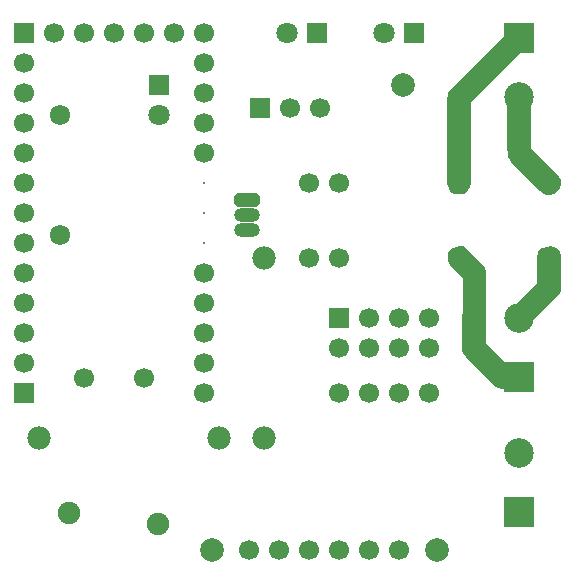
<source format=gbs>
G04 DipTrace 3.0.0.0*
G04 BottomMask.GBS*
%MOIN*%
G04 #@! TF.FileFunction,Soldermask,Bot*
G04 #@! TF.Part,Single*
%AMOUTLINE1*
4,1,8,
-0.031158,0.023622,
-0.043307,0.011473,
-0.043307,-0.011473,
-0.031158,-0.023622,
0.031158,-0.023622,
0.043307,-0.011473,
0.043307,0.011473,
0.031158,0.023622,
-0.031158,0.023622,
0*%
%ADD14C,0.07874*%
%ADD29C,0.066929*%
%ADD36C,0.074803*%
%ADD37C,0.077874*%
%ADD39C,0.077874*%
%ADD41C,0.066929*%
%ADD43R,0.098425X0.098425*%
%ADD45C,0.098425*%
%ADD47O,0.086614X0.047244*%
%ADD49C,0.0079*%
%ADD52R,0.066929X0.066929*%
%ADD54C,0.067874*%
%ADD56C,0.067874*%
%ADD58C,0.070866*%
%ADD60R,0.070866X0.070866*%
%ADD66OUTLINE1*%
%FSLAX26Y26*%
G04*
G70*
G90*
G75*
G01*
G04 BotMask*
%LPD*%
D60*
X951181Y2018701D3*
D58*
Y1918701D3*
D60*
X1801181Y2193701D3*
D58*
X1701181D3*
D60*
X1476181D3*
D58*
X1376181D3*
D56*
X619930Y1518702D3*
D54*
Y1918702D3*
D52*
X501181Y993701D3*
D29*
X1101181D3*
X501181Y1093701D3*
X1101181D3*
X501181Y1193701D3*
X1101181D3*
X501181Y1293701D3*
X1101181D3*
X501181Y1393701D3*
X1101181D3*
X501181Y1493701D3*
D49*
X1101181D3*
D29*
X501181Y1593701D3*
D49*
X1101181D3*
D29*
X501181Y1693701D3*
D49*
X1101181D3*
D29*
X501181Y1793701D3*
X1101181D3*
X501181Y1893701D3*
X1101181D3*
X501181Y1993701D3*
X1101181D3*
X501181Y2093701D3*
X1101181D3*
D66*
X1244930Y1637451D3*
D47*
Y1587451D3*
Y1537451D3*
D29*
X1101181Y2193701D3*
X901181Y1043701D3*
D52*
X501181Y2193701D3*
D29*
X701181Y1043701D3*
D14*
X1763681Y2018701D3*
X1126181Y468701D3*
X1876181D3*
D45*
X2152756Y792126D3*
D43*
Y595276D3*
D45*
X2151181Y1981201D3*
D43*
Y2178051D3*
D45*
Y1243701D3*
D43*
Y1046850D3*
D29*
X1451181Y1693701D3*
X1551181D3*
X1951181D3*
X2251181D3*
X1451181Y1443701D3*
X1551181D3*
X1951181D3*
X2251181D3*
D52*
X1551181Y1243701D3*
D29*
Y1143701D3*
X1651181Y1243701D3*
Y1143701D3*
X1751181Y1243701D3*
Y1143701D3*
X1851181Y1243701D3*
Y1143701D3*
D41*
X1651181Y993701D3*
X1851181D3*
X1751181D3*
X1551181D3*
X601181Y2193701D3*
X1001181D3*
X901181D3*
X701181D3*
X801181D3*
X1251181Y468701D3*
X1351181D3*
X1451181D3*
X1551181D3*
X1651181D3*
X1751181D3*
D39*
X551181Y843701D3*
D37*
X1151181D3*
D39*
X1301181D3*
D37*
Y1443701D3*
D52*
X1288681Y1943701D3*
D29*
X1388681D3*
X1488681D3*
D36*
X651181Y593701D3*
X946457Y558268D3*
G36*
X2290420Y1440682D2*
X2289764Y1346850D1*
Y1333727D1*
X2286483Y1323228D1*
X2195932Y1233990D1*
X2191995Y1224147D1*
X2183465Y1211680D1*
X2175591Y1205118D1*
X2166404Y1201181D1*
X2155249Y1199213D1*
X2140157D1*
X2130315Y1203806D1*
X2121785Y1209711D1*
X2114567Y1218241D1*
X2109318Y1228084D1*
X2107349Y1238583D1*
Y1250394D1*
X2110630Y1264173D1*
X2119160Y1274016D1*
X2126378Y1281890D1*
X2132283Y1283858D1*
X2138189Y1285827D1*
X2211024Y1358661D1*
Y1444619D1*
X2214304Y1459711D1*
X2218898Y1468898D1*
X2225459Y1475459D1*
X2232677Y1477428D1*
X2243832Y1481365D1*
X2254987Y1482021D1*
X2268766Y1479396D1*
X2279921Y1472835D1*
X2287139Y1464304D1*
X2290420Y1454462D1*
D1*
Y1440682D1*
G37*
G36*
X2040420Y1379659D2*
X2039764Y1159843D1*
X2108005Y1091601D1*
X2195932Y1090945D1*
Y1002362D1*
X2106037D1*
Y1006955D1*
X2095538D1*
X2083727Y1008924D1*
X2074541Y1013517D1*
X1975459Y1113911D1*
X1965617Y1125722D1*
X1962336Y1137533D1*
X1962992Y1375722D1*
X1919685Y1420997D1*
X1913780Y1432152D1*
X1913123Y1445276D1*
X1915092Y1459055D1*
X1922310Y1469554D1*
X1930184Y1476115D1*
X1940026Y1480709D1*
X1951181Y1482021D1*
X1962992D1*
X1974147Y1476115D1*
X2029921Y1420997D1*
X2039108Y1409843D1*
X2040420Y1398031D1*
Y1379659D1*
G37*
G36*
X2191168Y1911126D2*
X2190597Y1811845D1*
X2282461Y1719411D1*
X2290449Y1703434D1*
X2291589Y1688600D1*
X2288167Y1675476D1*
X2279608Y1667488D1*
X2266484Y1656647D1*
X2253361Y1654365D1*
X2243091D1*
X2233961Y1656647D1*
X2220266Y1668059D1*
X2124980Y1764487D1*
X2119845Y1772475D1*
X2114710Y1779892D1*
X2112997Y1790163D1*
X2112428Y1812987D1*
Y1959626D1*
X2108433Y1968755D1*
X2106722Y1979025D1*
X2107862Y1992148D1*
X2111286Y2005272D1*
X2118703Y2013260D1*
X2129545Y2021248D1*
X2141526Y2025814D1*
X2158644Y2026383D1*
X2170626Y2021819D1*
X2184891Y2012690D1*
X2193450Y2000136D1*
X2196303Y1989866D1*
X2196873Y1976743D1*
X2193450Y1965902D1*
X2190026Y1959626D1*
X2191738Y1923678D1*
X2191168Y1911126D1*
G37*
G36*
X1990323Y1896862D2*
X1989752Y1692594D1*
X1989182Y1681182D1*
X1982335Y1670912D1*
X1973776Y1660642D1*
X1962936Y1655507D1*
X1949812D1*
X1937829Y1658360D1*
X1926988Y1661782D1*
X1920713Y1668059D1*
X1916718Y1675476D1*
X1912154Y1688600D1*
Y1972749D1*
X1913294Y1987013D1*
X1916147Y1996143D1*
X1923566Y2005272D1*
X1933836Y2016113D1*
X2106722Y2188999D1*
Y2222664D1*
X2195732D1*
Y2132512D1*
X2160927D1*
X1990323Y1961908D1*
Y1892297D1*
Y1896862D1*
G37*
M02*

</source>
